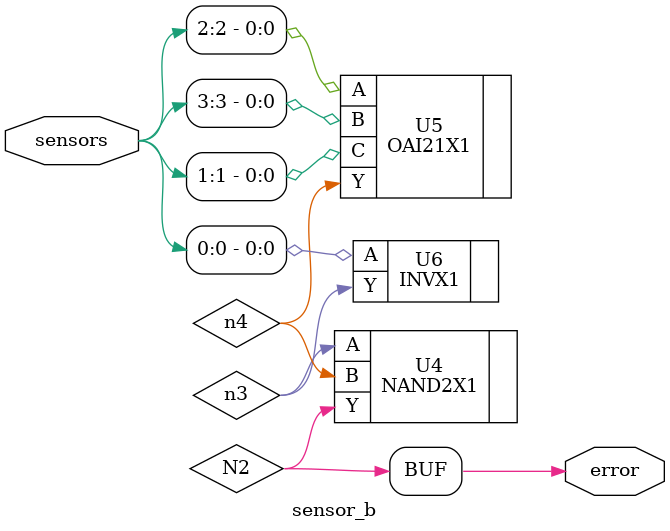
<source format=v>


module sensor_b ( sensors, error );
  input [3:0] sensors;
  output error;
  wire   N2, n3, n4;
  assign error = N2;

  NAND2X1 U4 ( .A(n3), .B(n4), .Y(N2) );
  OAI21X1 U5 ( .A(sensors[2]), .B(sensors[3]), .C(sensors[1]), .Y(n4) );
  INVX1 U6 ( .A(sensors[0]), .Y(n3) );
endmodule


</source>
